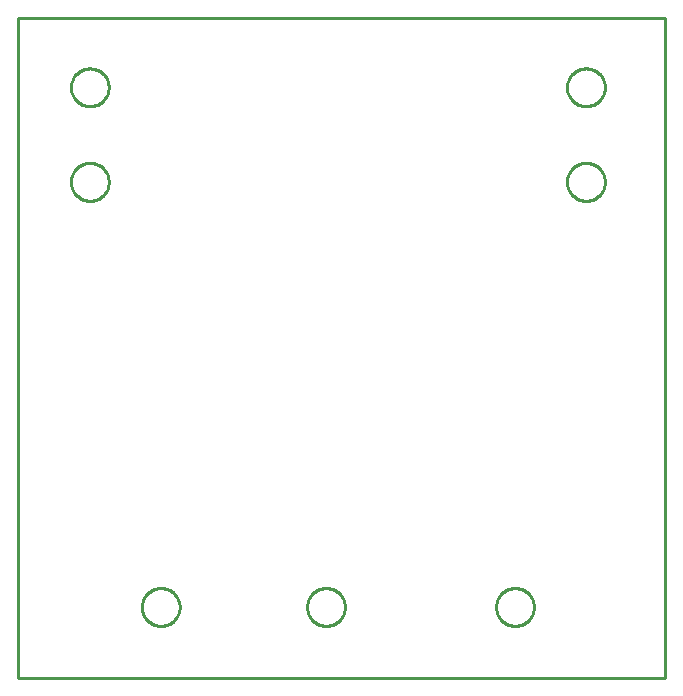
<source format=gbr>
G04 EAGLE Gerber X2 export*
%TF.Part,Single*%
%TF.FileFunction,Profile,NP*%
%TF.FilePolarity,Positive*%
%TF.GenerationSoftware,Autodesk,EAGLE,9.0.0*%
%TF.CreationDate,2018-07-03T14:12:15Z*%
G75*
%MOMM*%
%FSLAX34Y34*%
%LPD*%
%AMOC8*
5,1,8,0,0,1.08239X$1,22.5*%
G01*
%ADD10C,0.254000*%


D10*
X-1016Y0D02*
X547116Y0D01*
X547116Y558800D01*
X-1016Y558800D01*
X-1016Y0D01*
X136000Y59476D02*
X135932Y58431D01*
X135795Y57392D01*
X135590Y56365D01*
X135319Y55353D01*
X134983Y54361D01*
X134582Y53393D01*
X134118Y52454D01*
X133595Y51546D01*
X133013Y50675D01*
X132375Y49844D01*
X131684Y49057D01*
X130943Y48316D01*
X130156Y47625D01*
X129325Y46988D01*
X128454Y46406D01*
X127546Y45882D01*
X126607Y45418D01*
X125639Y45017D01*
X124647Y44681D01*
X123635Y44410D01*
X122608Y44205D01*
X121569Y44069D01*
X120524Y44000D01*
X119476Y44000D01*
X118431Y44069D01*
X117392Y44205D01*
X116365Y44410D01*
X115353Y44681D01*
X114361Y45017D01*
X113393Y45418D01*
X112454Y45882D01*
X111546Y46406D01*
X110675Y46988D01*
X109844Y47625D01*
X109057Y48316D01*
X108316Y49057D01*
X107625Y49844D01*
X106988Y50675D01*
X106406Y51546D01*
X105882Y52454D01*
X105418Y53393D01*
X105017Y54361D01*
X104681Y55353D01*
X104410Y56365D01*
X104205Y57392D01*
X104069Y58431D01*
X104000Y59476D01*
X104000Y60524D01*
X104069Y61569D01*
X104205Y62608D01*
X104410Y63635D01*
X104681Y64647D01*
X105017Y65639D01*
X105418Y66607D01*
X105882Y67546D01*
X106406Y68454D01*
X106988Y69325D01*
X107625Y70156D01*
X108316Y70943D01*
X109057Y71684D01*
X109844Y72375D01*
X110675Y73013D01*
X111546Y73595D01*
X112454Y74118D01*
X113393Y74582D01*
X114361Y74983D01*
X115353Y75319D01*
X116365Y75590D01*
X117392Y75795D01*
X118431Y75932D01*
X119476Y76000D01*
X120524Y76000D01*
X121569Y75932D01*
X122608Y75795D01*
X123635Y75590D01*
X124647Y75319D01*
X125639Y74983D01*
X126607Y74582D01*
X127546Y74118D01*
X128454Y73595D01*
X129325Y73013D01*
X130156Y72375D01*
X130943Y71684D01*
X131684Y70943D01*
X132375Y70156D01*
X133013Y69325D01*
X133595Y68454D01*
X134118Y67546D01*
X134582Y66607D01*
X134983Y65639D01*
X135319Y64647D01*
X135590Y63635D01*
X135795Y62608D01*
X135932Y61569D01*
X136000Y60524D01*
X136000Y59476D01*
X276000Y59476D02*
X275932Y58431D01*
X275795Y57392D01*
X275590Y56365D01*
X275319Y55353D01*
X274983Y54361D01*
X274582Y53393D01*
X274118Y52454D01*
X273595Y51546D01*
X273013Y50675D01*
X272375Y49844D01*
X271684Y49057D01*
X270943Y48316D01*
X270156Y47625D01*
X269325Y46988D01*
X268454Y46406D01*
X267546Y45882D01*
X266607Y45418D01*
X265639Y45017D01*
X264647Y44681D01*
X263635Y44410D01*
X262608Y44205D01*
X261569Y44069D01*
X260524Y44000D01*
X259476Y44000D01*
X258431Y44069D01*
X257392Y44205D01*
X256365Y44410D01*
X255353Y44681D01*
X254361Y45017D01*
X253393Y45418D01*
X252454Y45882D01*
X251546Y46406D01*
X250675Y46988D01*
X249844Y47625D01*
X249057Y48316D01*
X248316Y49057D01*
X247625Y49844D01*
X246988Y50675D01*
X246406Y51546D01*
X245882Y52454D01*
X245418Y53393D01*
X245017Y54361D01*
X244681Y55353D01*
X244410Y56365D01*
X244205Y57392D01*
X244069Y58431D01*
X244000Y59476D01*
X244000Y60524D01*
X244069Y61569D01*
X244205Y62608D01*
X244410Y63635D01*
X244681Y64647D01*
X245017Y65639D01*
X245418Y66607D01*
X245882Y67546D01*
X246406Y68454D01*
X246988Y69325D01*
X247625Y70156D01*
X248316Y70943D01*
X249057Y71684D01*
X249844Y72375D01*
X250675Y73013D01*
X251546Y73595D01*
X252454Y74118D01*
X253393Y74582D01*
X254361Y74983D01*
X255353Y75319D01*
X256365Y75590D01*
X257392Y75795D01*
X258431Y75932D01*
X259476Y76000D01*
X260524Y76000D01*
X261569Y75932D01*
X262608Y75795D01*
X263635Y75590D01*
X264647Y75319D01*
X265639Y74983D01*
X266607Y74582D01*
X267546Y74118D01*
X268454Y73595D01*
X269325Y73013D01*
X270156Y72375D01*
X270943Y71684D01*
X271684Y70943D01*
X272375Y70156D01*
X273013Y69325D01*
X273595Y68454D01*
X274118Y67546D01*
X274582Y66607D01*
X274983Y65639D01*
X275319Y64647D01*
X275590Y63635D01*
X275795Y62608D01*
X275932Y61569D01*
X276000Y60524D01*
X276000Y59476D01*
X436000Y59476D02*
X435932Y58431D01*
X435795Y57392D01*
X435590Y56365D01*
X435319Y55353D01*
X434983Y54361D01*
X434582Y53393D01*
X434118Y52454D01*
X433595Y51546D01*
X433013Y50675D01*
X432375Y49844D01*
X431684Y49057D01*
X430943Y48316D01*
X430156Y47625D01*
X429325Y46988D01*
X428454Y46406D01*
X427546Y45882D01*
X426607Y45418D01*
X425639Y45017D01*
X424647Y44681D01*
X423635Y44410D01*
X422608Y44205D01*
X421569Y44069D01*
X420524Y44000D01*
X419476Y44000D01*
X418431Y44069D01*
X417392Y44205D01*
X416365Y44410D01*
X415353Y44681D01*
X414361Y45017D01*
X413393Y45418D01*
X412454Y45882D01*
X411546Y46406D01*
X410675Y46988D01*
X409844Y47625D01*
X409057Y48316D01*
X408316Y49057D01*
X407625Y49844D01*
X406988Y50675D01*
X406406Y51546D01*
X405882Y52454D01*
X405418Y53393D01*
X405017Y54361D01*
X404681Y55353D01*
X404410Y56365D01*
X404205Y57392D01*
X404069Y58431D01*
X404000Y59476D01*
X404000Y60524D01*
X404069Y61569D01*
X404205Y62608D01*
X404410Y63635D01*
X404681Y64647D01*
X405017Y65639D01*
X405418Y66607D01*
X405882Y67546D01*
X406406Y68454D01*
X406988Y69325D01*
X407625Y70156D01*
X408316Y70943D01*
X409057Y71684D01*
X409844Y72375D01*
X410675Y73013D01*
X411546Y73595D01*
X412454Y74118D01*
X413393Y74582D01*
X414361Y74983D01*
X415353Y75319D01*
X416365Y75590D01*
X417392Y75795D01*
X418431Y75932D01*
X419476Y76000D01*
X420524Y76000D01*
X421569Y75932D01*
X422608Y75795D01*
X423635Y75590D01*
X424647Y75319D01*
X425639Y74983D01*
X426607Y74582D01*
X427546Y74118D01*
X428454Y73595D01*
X429325Y73013D01*
X430156Y72375D01*
X430943Y71684D01*
X431684Y70943D01*
X432375Y70156D01*
X433013Y69325D01*
X433595Y68454D01*
X434118Y67546D01*
X434582Y66607D01*
X434983Y65639D01*
X435319Y64647D01*
X435590Y63635D01*
X435795Y62608D01*
X435932Y61569D01*
X436000Y60524D01*
X436000Y59476D01*
X76000Y499476D02*
X75932Y498431D01*
X75795Y497392D01*
X75590Y496365D01*
X75319Y495353D01*
X74983Y494361D01*
X74582Y493393D01*
X74118Y492454D01*
X73595Y491546D01*
X73013Y490675D01*
X72375Y489844D01*
X71684Y489057D01*
X70943Y488316D01*
X70156Y487625D01*
X69325Y486988D01*
X68454Y486406D01*
X67546Y485882D01*
X66607Y485418D01*
X65639Y485017D01*
X64647Y484681D01*
X63635Y484410D01*
X62608Y484205D01*
X61569Y484069D01*
X60524Y484000D01*
X59476Y484000D01*
X58431Y484069D01*
X57392Y484205D01*
X56365Y484410D01*
X55353Y484681D01*
X54361Y485017D01*
X53393Y485418D01*
X52454Y485882D01*
X51546Y486406D01*
X50675Y486988D01*
X49844Y487625D01*
X49057Y488316D01*
X48316Y489057D01*
X47625Y489844D01*
X46988Y490675D01*
X46406Y491546D01*
X45882Y492454D01*
X45418Y493393D01*
X45017Y494361D01*
X44681Y495353D01*
X44410Y496365D01*
X44205Y497392D01*
X44069Y498431D01*
X44000Y499476D01*
X44000Y500524D01*
X44069Y501569D01*
X44205Y502608D01*
X44410Y503635D01*
X44681Y504647D01*
X45017Y505639D01*
X45418Y506607D01*
X45882Y507546D01*
X46406Y508454D01*
X46988Y509325D01*
X47625Y510156D01*
X48316Y510943D01*
X49057Y511684D01*
X49844Y512375D01*
X50675Y513013D01*
X51546Y513595D01*
X52454Y514118D01*
X53393Y514582D01*
X54361Y514983D01*
X55353Y515319D01*
X56365Y515590D01*
X57392Y515795D01*
X58431Y515932D01*
X59476Y516000D01*
X60524Y516000D01*
X61569Y515932D01*
X62608Y515795D01*
X63635Y515590D01*
X64647Y515319D01*
X65639Y514983D01*
X66607Y514582D01*
X67546Y514118D01*
X68454Y513595D01*
X69325Y513013D01*
X70156Y512375D01*
X70943Y511684D01*
X71684Y510943D01*
X72375Y510156D01*
X73013Y509325D01*
X73595Y508454D01*
X74118Y507546D01*
X74582Y506607D01*
X74983Y505639D01*
X75319Y504647D01*
X75590Y503635D01*
X75795Y502608D01*
X75932Y501569D01*
X76000Y500524D01*
X76000Y499476D01*
X496000Y499476D02*
X495932Y498431D01*
X495795Y497392D01*
X495590Y496365D01*
X495319Y495353D01*
X494983Y494361D01*
X494582Y493393D01*
X494118Y492454D01*
X493595Y491546D01*
X493013Y490675D01*
X492375Y489844D01*
X491684Y489057D01*
X490943Y488316D01*
X490156Y487625D01*
X489325Y486988D01*
X488454Y486406D01*
X487546Y485882D01*
X486607Y485418D01*
X485639Y485017D01*
X484647Y484681D01*
X483635Y484410D01*
X482608Y484205D01*
X481569Y484069D01*
X480524Y484000D01*
X479476Y484000D01*
X478431Y484069D01*
X477392Y484205D01*
X476365Y484410D01*
X475353Y484681D01*
X474361Y485017D01*
X473393Y485418D01*
X472454Y485882D01*
X471546Y486406D01*
X470675Y486988D01*
X469844Y487625D01*
X469057Y488316D01*
X468316Y489057D01*
X467625Y489844D01*
X466988Y490675D01*
X466406Y491546D01*
X465882Y492454D01*
X465418Y493393D01*
X465017Y494361D01*
X464681Y495353D01*
X464410Y496365D01*
X464205Y497392D01*
X464069Y498431D01*
X464000Y499476D01*
X464000Y500524D01*
X464069Y501569D01*
X464205Y502608D01*
X464410Y503635D01*
X464681Y504647D01*
X465017Y505639D01*
X465418Y506607D01*
X465882Y507546D01*
X466406Y508454D01*
X466988Y509325D01*
X467625Y510156D01*
X468316Y510943D01*
X469057Y511684D01*
X469844Y512375D01*
X470675Y513013D01*
X471546Y513595D01*
X472454Y514118D01*
X473393Y514582D01*
X474361Y514983D01*
X475353Y515319D01*
X476365Y515590D01*
X477392Y515795D01*
X478431Y515932D01*
X479476Y516000D01*
X480524Y516000D01*
X481569Y515932D01*
X482608Y515795D01*
X483635Y515590D01*
X484647Y515319D01*
X485639Y514983D01*
X486607Y514582D01*
X487546Y514118D01*
X488454Y513595D01*
X489325Y513013D01*
X490156Y512375D01*
X490943Y511684D01*
X491684Y510943D01*
X492375Y510156D01*
X493013Y509325D01*
X493595Y508454D01*
X494118Y507546D01*
X494582Y506607D01*
X494983Y505639D01*
X495319Y504647D01*
X495590Y503635D01*
X495795Y502608D01*
X495932Y501569D01*
X496000Y500524D01*
X496000Y499476D01*
X76000Y419476D02*
X75932Y418431D01*
X75795Y417392D01*
X75590Y416365D01*
X75319Y415353D01*
X74983Y414361D01*
X74582Y413393D01*
X74118Y412454D01*
X73595Y411546D01*
X73013Y410675D01*
X72375Y409844D01*
X71684Y409057D01*
X70943Y408316D01*
X70156Y407625D01*
X69325Y406988D01*
X68454Y406406D01*
X67546Y405882D01*
X66607Y405418D01*
X65639Y405017D01*
X64647Y404681D01*
X63635Y404410D01*
X62608Y404205D01*
X61569Y404069D01*
X60524Y404000D01*
X59476Y404000D01*
X58431Y404069D01*
X57392Y404205D01*
X56365Y404410D01*
X55353Y404681D01*
X54361Y405017D01*
X53393Y405418D01*
X52454Y405882D01*
X51546Y406406D01*
X50675Y406988D01*
X49844Y407625D01*
X49057Y408316D01*
X48316Y409057D01*
X47625Y409844D01*
X46988Y410675D01*
X46406Y411546D01*
X45882Y412454D01*
X45418Y413393D01*
X45017Y414361D01*
X44681Y415353D01*
X44410Y416365D01*
X44205Y417392D01*
X44069Y418431D01*
X44000Y419476D01*
X44000Y420524D01*
X44069Y421569D01*
X44205Y422608D01*
X44410Y423635D01*
X44681Y424647D01*
X45017Y425639D01*
X45418Y426607D01*
X45882Y427546D01*
X46406Y428454D01*
X46988Y429325D01*
X47625Y430156D01*
X48316Y430943D01*
X49057Y431684D01*
X49844Y432375D01*
X50675Y433013D01*
X51546Y433595D01*
X52454Y434118D01*
X53393Y434582D01*
X54361Y434983D01*
X55353Y435319D01*
X56365Y435590D01*
X57392Y435795D01*
X58431Y435932D01*
X59476Y436000D01*
X60524Y436000D01*
X61569Y435932D01*
X62608Y435795D01*
X63635Y435590D01*
X64647Y435319D01*
X65639Y434983D01*
X66607Y434582D01*
X67546Y434118D01*
X68454Y433595D01*
X69325Y433013D01*
X70156Y432375D01*
X70943Y431684D01*
X71684Y430943D01*
X72375Y430156D01*
X73013Y429325D01*
X73595Y428454D01*
X74118Y427546D01*
X74582Y426607D01*
X74983Y425639D01*
X75319Y424647D01*
X75590Y423635D01*
X75795Y422608D01*
X75932Y421569D01*
X76000Y420524D01*
X76000Y419476D01*
X496000Y419476D02*
X495932Y418431D01*
X495795Y417392D01*
X495590Y416365D01*
X495319Y415353D01*
X494983Y414361D01*
X494582Y413393D01*
X494118Y412454D01*
X493595Y411546D01*
X493013Y410675D01*
X492375Y409844D01*
X491684Y409057D01*
X490943Y408316D01*
X490156Y407625D01*
X489325Y406988D01*
X488454Y406406D01*
X487546Y405882D01*
X486607Y405418D01*
X485639Y405017D01*
X484647Y404681D01*
X483635Y404410D01*
X482608Y404205D01*
X481569Y404069D01*
X480524Y404000D01*
X479476Y404000D01*
X478431Y404069D01*
X477392Y404205D01*
X476365Y404410D01*
X475353Y404681D01*
X474361Y405017D01*
X473393Y405418D01*
X472454Y405882D01*
X471546Y406406D01*
X470675Y406988D01*
X469844Y407625D01*
X469057Y408316D01*
X468316Y409057D01*
X467625Y409844D01*
X466988Y410675D01*
X466406Y411546D01*
X465882Y412454D01*
X465418Y413393D01*
X465017Y414361D01*
X464681Y415353D01*
X464410Y416365D01*
X464205Y417392D01*
X464069Y418431D01*
X464000Y419476D01*
X464000Y420524D01*
X464069Y421569D01*
X464205Y422608D01*
X464410Y423635D01*
X464681Y424647D01*
X465017Y425639D01*
X465418Y426607D01*
X465882Y427546D01*
X466406Y428454D01*
X466988Y429325D01*
X467625Y430156D01*
X468316Y430943D01*
X469057Y431684D01*
X469844Y432375D01*
X470675Y433013D01*
X471546Y433595D01*
X472454Y434118D01*
X473393Y434582D01*
X474361Y434983D01*
X475353Y435319D01*
X476365Y435590D01*
X477392Y435795D01*
X478431Y435932D01*
X479476Y436000D01*
X480524Y436000D01*
X481569Y435932D01*
X482608Y435795D01*
X483635Y435590D01*
X484647Y435319D01*
X485639Y434983D01*
X486607Y434582D01*
X487546Y434118D01*
X488454Y433595D01*
X489325Y433013D01*
X490156Y432375D01*
X490943Y431684D01*
X491684Y430943D01*
X492375Y430156D01*
X493013Y429325D01*
X493595Y428454D01*
X494118Y427546D01*
X494582Y426607D01*
X494983Y425639D01*
X495319Y424647D01*
X495590Y423635D01*
X495795Y422608D01*
X495932Y421569D01*
X496000Y420524D01*
X496000Y419476D01*
X136000Y59476D02*
X135932Y58431D01*
X135795Y57392D01*
X135590Y56365D01*
X135319Y55353D01*
X134983Y54361D01*
X134582Y53393D01*
X134118Y52454D01*
X133595Y51546D01*
X133013Y50675D01*
X132375Y49844D01*
X131684Y49057D01*
X130943Y48316D01*
X130156Y47625D01*
X129325Y46988D01*
X128454Y46406D01*
X127546Y45882D01*
X126607Y45418D01*
X125639Y45017D01*
X124647Y44681D01*
X123635Y44410D01*
X122608Y44205D01*
X121569Y44069D01*
X120524Y44000D01*
X119476Y44000D01*
X118431Y44069D01*
X117392Y44205D01*
X116365Y44410D01*
X115353Y44681D01*
X114361Y45017D01*
X113393Y45418D01*
X112454Y45882D01*
X111546Y46406D01*
X110675Y46988D01*
X109844Y47625D01*
X109057Y48316D01*
X108316Y49057D01*
X107625Y49844D01*
X106988Y50675D01*
X106406Y51546D01*
X105882Y52454D01*
X105418Y53393D01*
X105017Y54361D01*
X104681Y55353D01*
X104410Y56365D01*
X104205Y57392D01*
X104069Y58431D01*
X104000Y59476D01*
X104000Y60524D01*
X104069Y61569D01*
X104205Y62608D01*
X104410Y63635D01*
X104681Y64647D01*
X105017Y65639D01*
X105418Y66607D01*
X105882Y67546D01*
X106406Y68454D01*
X106988Y69325D01*
X107625Y70156D01*
X108316Y70943D01*
X109057Y71684D01*
X109844Y72375D01*
X110675Y73013D01*
X111546Y73595D01*
X112454Y74118D01*
X113393Y74582D01*
X114361Y74983D01*
X115353Y75319D01*
X116365Y75590D01*
X117392Y75795D01*
X118431Y75932D01*
X119476Y76000D01*
X120524Y76000D01*
X121569Y75932D01*
X122608Y75795D01*
X123635Y75590D01*
X124647Y75319D01*
X125639Y74983D01*
X126607Y74582D01*
X127546Y74118D01*
X128454Y73595D01*
X129325Y73013D01*
X130156Y72375D01*
X130943Y71684D01*
X131684Y70943D01*
X132375Y70156D01*
X133013Y69325D01*
X133595Y68454D01*
X134118Y67546D01*
X134582Y66607D01*
X134983Y65639D01*
X135319Y64647D01*
X135590Y63635D01*
X135795Y62608D01*
X135932Y61569D01*
X136000Y60524D01*
X136000Y59476D01*
X276000Y59476D02*
X275932Y58431D01*
X275795Y57392D01*
X275590Y56365D01*
X275319Y55353D01*
X274983Y54361D01*
X274582Y53393D01*
X274118Y52454D01*
X273595Y51546D01*
X273013Y50675D01*
X272375Y49844D01*
X271684Y49057D01*
X270943Y48316D01*
X270156Y47625D01*
X269325Y46988D01*
X268454Y46406D01*
X267546Y45882D01*
X266607Y45418D01*
X265639Y45017D01*
X264647Y44681D01*
X263635Y44410D01*
X262608Y44205D01*
X261569Y44069D01*
X260524Y44000D01*
X259476Y44000D01*
X258431Y44069D01*
X257392Y44205D01*
X256365Y44410D01*
X255353Y44681D01*
X254361Y45017D01*
X253393Y45418D01*
X252454Y45882D01*
X251546Y46406D01*
X250675Y46988D01*
X249844Y47625D01*
X249057Y48316D01*
X248316Y49057D01*
X247625Y49844D01*
X246988Y50675D01*
X246406Y51546D01*
X245882Y52454D01*
X245418Y53393D01*
X245017Y54361D01*
X244681Y55353D01*
X244410Y56365D01*
X244205Y57392D01*
X244069Y58431D01*
X244000Y59476D01*
X244000Y60524D01*
X244069Y61569D01*
X244205Y62608D01*
X244410Y63635D01*
X244681Y64647D01*
X245017Y65639D01*
X245418Y66607D01*
X245882Y67546D01*
X246406Y68454D01*
X246988Y69325D01*
X247625Y70156D01*
X248316Y70943D01*
X249057Y71684D01*
X249844Y72375D01*
X250675Y73013D01*
X251546Y73595D01*
X252454Y74118D01*
X253393Y74582D01*
X254361Y74983D01*
X255353Y75319D01*
X256365Y75590D01*
X257392Y75795D01*
X258431Y75932D01*
X259476Y76000D01*
X260524Y76000D01*
X261569Y75932D01*
X262608Y75795D01*
X263635Y75590D01*
X264647Y75319D01*
X265639Y74983D01*
X266607Y74582D01*
X267546Y74118D01*
X268454Y73595D01*
X269325Y73013D01*
X270156Y72375D01*
X270943Y71684D01*
X271684Y70943D01*
X272375Y70156D01*
X273013Y69325D01*
X273595Y68454D01*
X274118Y67546D01*
X274582Y66607D01*
X274983Y65639D01*
X275319Y64647D01*
X275590Y63635D01*
X275795Y62608D01*
X275932Y61569D01*
X276000Y60524D01*
X276000Y59476D01*
X436000Y59476D02*
X435932Y58431D01*
X435795Y57392D01*
X435590Y56365D01*
X435319Y55353D01*
X434983Y54361D01*
X434582Y53393D01*
X434118Y52454D01*
X433595Y51546D01*
X433013Y50675D01*
X432375Y49844D01*
X431684Y49057D01*
X430943Y48316D01*
X430156Y47625D01*
X429325Y46988D01*
X428454Y46406D01*
X427546Y45882D01*
X426607Y45418D01*
X425639Y45017D01*
X424647Y44681D01*
X423635Y44410D01*
X422608Y44205D01*
X421569Y44069D01*
X420524Y44000D01*
X419476Y44000D01*
X418431Y44069D01*
X417392Y44205D01*
X416365Y44410D01*
X415353Y44681D01*
X414361Y45017D01*
X413393Y45418D01*
X412454Y45882D01*
X411546Y46406D01*
X410675Y46988D01*
X409844Y47625D01*
X409057Y48316D01*
X408316Y49057D01*
X407625Y49844D01*
X406988Y50675D01*
X406406Y51546D01*
X405882Y52454D01*
X405418Y53393D01*
X405017Y54361D01*
X404681Y55353D01*
X404410Y56365D01*
X404205Y57392D01*
X404069Y58431D01*
X404000Y59476D01*
X404000Y60524D01*
X404069Y61569D01*
X404205Y62608D01*
X404410Y63635D01*
X404681Y64647D01*
X405017Y65639D01*
X405418Y66607D01*
X405882Y67546D01*
X406406Y68454D01*
X406988Y69325D01*
X407625Y70156D01*
X408316Y70943D01*
X409057Y71684D01*
X409844Y72375D01*
X410675Y73013D01*
X411546Y73595D01*
X412454Y74118D01*
X413393Y74582D01*
X414361Y74983D01*
X415353Y75319D01*
X416365Y75590D01*
X417392Y75795D01*
X418431Y75932D01*
X419476Y76000D01*
X420524Y76000D01*
X421569Y75932D01*
X422608Y75795D01*
X423635Y75590D01*
X424647Y75319D01*
X425639Y74983D01*
X426607Y74582D01*
X427546Y74118D01*
X428454Y73595D01*
X429325Y73013D01*
X430156Y72375D01*
X430943Y71684D01*
X431684Y70943D01*
X432375Y70156D01*
X433013Y69325D01*
X433595Y68454D01*
X434118Y67546D01*
X434582Y66607D01*
X434983Y65639D01*
X435319Y64647D01*
X435590Y63635D01*
X435795Y62608D01*
X435932Y61569D01*
X436000Y60524D01*
X436000Y59476D01*
X76000Y499476D02*
X75932Y498431D01*
X75795Y497392D01*
X75590Y496365D01*
X75319Y495353D01*
X74983Y494361D01*
X74582Y493393D01*
X74118Y492454D01*
X73595Y491546D01*
X73013Y490675D01*
X72375Y489844D01*
X71684Y489057D01*
X70943Y488316D01*
X70156Y487625D01*
X69325Y486988D01*
X68454Y486406D01*
X67546Y485882D01*
X66607Y485418D01*
X65639Y485017D01*
X64647Y484681D01*
X63635Y484410D01*
X62608Y484205D01*
X61569Y484069D01*
X60524Y484000D01*
X59476Y484000D01*
X58431Y484069D01*
X57392Y484205D01*
X56365Y484410D01*
X55353Y484681D01*
X54361Y485017D01*
X53393Y485418D01*
X52454Y485882D01*
X51546Y486406D01*
X50675Y486988D01*
X49844Y487625D01*
X49057Y488316D01*
X48316Y489057D01*
X47625Y489844D01*
X46988Y490675D01*
X46406Y491546D01*
X45882Y492454D01*
X45418Y493393D01*
X45017Y494361D01*
X44681Y495353D01*
X44410Y496365D01*
X44205Y497392D01*
X44069Y498431D01*
X44000Y499476D01*
X44000Y500524D01*
X44069Y501569D01*
X44205Y502608D01*
X44410Y503635D01*
X44681Y504647D01*
X45017Y505639D01*
X45418Y506607D01*
X45882Y507546D01*
X46406Y508454D01*
X46988Y509325D01*
X47625Y510156D01*
X48316Y510943D01*
X49057Y511684D01*
X49844Y512375D01*
X50675Y513013D01*
X51546Y513595D01*
X52454Y514118D01*
X53393Y514582D01*
X54361Y514983D01*
X55353Y515319D01*
X56365Y515590D01*
X57392Y515795D01*
X58431Y515932D01*
X59476Y516000D01*
X60524Y516000D01*
X61569Y515932D01*
X62608Y515795D01*
X63635Y515590D01*
X64647Y515319D01*
X65639Y514983D01*
X66607Y514582D01*
X67546Y514118D01*
X68454Y513595D01*
X69325Y513013D01*
X70156Y512375D01*
X70943Y511684D01*
X71684Y510943D01*
X72375Y510156D01*
X73013Y509325D01*
X73595Y508454D01*
X74118Y507546D01*
X74582Y506607D01*
X74983Y505639D01*
X75319Y504647D01*
X75590Y503635D01*
X75795Y502608D01*
X75932Y501569D01*
X76000Y500524D01*
X76000Y499476D01*
X496000Y499476D02*
X495932Y498431D01*
X495795Y497392D01*
X495590Y496365D01*
X495319Y495353D01*
X494983Y494361D01*
X494582Y493393D01*
X494118Y492454D01*
X493595Y491546D01*
X493013Y490675D01*
X492375Y489844D01*
X491684Y489057D01*
X490943Y488316D01*
X490156Y487625D01*
X489325Y486988D01*
X488454Y486406D01*
X487546Y485882D01*
X486607Y485418D01*
X485639Y485017D01*
X484647Y484681D01*
X483635Y484410D01*
X482608Y484205D01*
X481569Y484069D01*
X480524Y484000D01*
X479476Y484000D01*
X478431Y484069D01*
X477392Y484205D01*
X476365Y484410D01*
X475353Y484681D01*
X474361Y485017D01*
X473393Y485418D01*
X472454Y485882D01*
X471546Y486406D01*
X470675Y486988D01*
X469844Y487625D01*
X469057Y488316D01*
X468316Y489057D01*
X467625Y489844D01*
X466988Y490675D01*
X466406Y491546D01*
X465882Y492454D01*
X465418Y493393D01*
X465017Y494361D01*
X464681Y495353D01*
X464410Y496365D01*
X464205Y497392D01*
X464069Y498431D01*
X464000Y499476D01*
X464000Y500524D01*
X464069Y501569D01*
X464205Y502608D01*
X464410Y503635D01*
X464681Y504647D01*
X465017Y505639D01*
X465418Y506607D01*
X465882Y507546D01*
X466406Y508454D01*
X466988Y509325D01*
X467625Y510156D01*
X468316Y510943D01*
X469057Y511684D01*
X469844Y512375D01*
X470675Y513013D01*
X471546Y513595D01*
X472454Y514118D01*
X473393Y514582D01*
X474361Y514983D01*
X475353Y515319D01*
X476365Y515590D01*
X477392Y515795D01*
X478431Y515932D01*
X479476Y516000D01*
X480524Y516000D01*
X481569Y515932D01*
X482608Y515795D01*
X483635Y515590D01*
X484647Y515319D01*
X485639Y514983D01*
X486607Y514582D01*
X487546Y514118D01*
X488454Y513595D01*
X489325Y513013D01*
X490156Y512375D01*
X490943Y511684D01*
X491684Y510943D01*
X492375Y510156D01*
X493013Y509325D01*
X493595Y508454D01*
X494118Y507546D01*
X494582Y506607D01*
X494983Y505639D01*
X495319Y504647D01*
X495590Y503635D01*
X495795Y502608D01*
X495932Y501569D01*
X496000Y500524D01*
X496000Y499476D01*
X76000Y419476D02*
X75932Y418431D01*
X75795Y417392D01*
X75590Y416365D01*
X75319Y415353D01*
X74983Y414361D01*
X74582Y413393D01*
X74118Y412454D01*
X73595Y411546D01*
X73013Y410675D01*
X72375Y409844D01*
X71684Y409057D01*
X70943Y408316D01*
X70156Y407625D01*
X69325Y406988D01*
X68454Y406406D01*
X67546Y405882D01*
X66607Y405418D01*
X65639Y405017D01*
X64647Y404681D01*
X63635Y404410D01*
X62608Y404205D01*
X61569Y404069D01*
X60524Y404000D01*
X59476Y404000D01*
X58431Y404069D01*
X57392Y404205D01*
X56365Y404410D01*
X55353Y404681D01*
X54361Y405017D01*
X53393Y405418D01*
X52454Y405882D01*
X51546Y406406D01*
X50675Y406988D01*
X49844Y407625D01*
X49057Y408316D01*
X48316Y409057D01*
X47625Y409844D01*
X46988Y410675D01*
X46406Y411546D01*
X45882Y412454D01*
X45418Y413393D01*
X45017Y414361D01*
X44681Y415353D01*
X44410Y416365D01*
X44205Y417392D01*
X44069Y418431D01*
X44000Y419476D01*
X44000Y420524D01*
X44069Y421569D01*
X44205Y422608D01*
X44410Y423635D01*
X44681Y424647D01*
X45017Y425639D01*
X45418Y426607D01*
X45882Y427546D01*
X46406Y428454D01*
X46988Y429325D01*
X47625Y430156D01*
X48316Y430943D01*
X49057Y431684D01*
X49844Y432375D01*
X50675Y433013D01*
X51546Y433595D01*
X52454Y434118D01*
X53393Y434582D01*
X54361Y434983D01*
X55353Y435319D01*
X56365Y435590D01*
X57392Y435795D01*
X58431Y435932D01*
X59476Y436000D01*
X60524Y436000D01*
X61569Y435932D01*
X62608Y435795D01*
X63635Y435590D01*
X64647Y435319D01*
X65639Y434983D01*
X66607Y434582D01*
X67546Y434118D01*
X68454Y433595D01*
X69325Y433013D01*
X70156Y432375D01*
X70943Y431684D01*
X71684Y430943D01*
X72375Y430156D01*
X73013Y429325D01*
X73595Y428454D01*
X74118Y427546D01*
X74582Y426607D01*
X74983Y425639D01*
X75319Y424647D01*
X75590Y423635D01*
X75795Y422608D01*
X75932Y421569D01*
X76000Y420524D01*
X76000Y419476D01*
X496000Y419476D02*
X495932Y418431D01*
X495795Y417392D01*
X495590Y416365D01*
X495319Y415353D01*
X494983Y414361D01*
X494582Y413393D01*
X494118Y412454D01*
X493595Y411546D01*
X493013Y410675D01*
X492375Y409844D01*
X491684Y409057D01*
X490943Y408316D01*
X490156Y407625D01*
X489325Y406988D01*
X488454Y406406D01*
X487546Y405882D01*
X486607Y405418D01*
X485639Y405017D01*
X484647Y404681D01*
X483635Y404410D01*
X482608Y404205D01*
X481569Y404069D01*
X480524Y404000D01*
X479476Y404000D01*
X478431Y404069D01*
X477392Y404205D01*
X476365Y404410D01*
X475353Y404681D01*
X474361Y405017D01*
X473393Y405418D01*
X472454Y405882D01*
X471546Y406406D01*
X470675Y406988D01*
X469844Y407625D01*
X469057Y408316D01*
X468316Y409057D01*
X467625Y409844D01*
X466988Y410675D01*
X466406Y411546D01*
X465882Y412454D01*
X465418Y413393D01*
X465017Y414361D01*
X464681Y415353D01*
X464410Y416365D01*
X464205Y417392D01*
X464069Y418431D01*
X464000Y419476D01*
X464000Y420524D01*
X464069Y421569D01*
X464205Y422608D01*
X464410Y423635D01*
X464681Y424647D01*
X465017Y425639D01*
X465418Y426607D01*
X465882Y427546D01*
X466406Y428454D01*
X466988Y429325D01*
X467625Y430156D01*
X468316Y430943D01*
X469057Y431684D01*
X469844Y432375D01*
X470675Y433013D01*
X471546Y433595D01*
X472454Y434118D01*
X473393Y434582D01*
X474361Y434983D01*
X475353Y435319D01*
X476365Y435590D01*
X477392Y435795D01*
X478431Y435932D01*
X479476Y436000D01*
X480524Y436000D01*
X481569Y435932D01*
X482608Y435795D01*
X483635Y435590D01*
X484647Y435319D01*
X485639Y434983D01*
X486607Y434582D01*
X487546Y434118D01*
X488454Y433595D01*
X489325Y433013D01*
X490156Y432375D01*
X490943Y431684D01*
X491684Y430943D01*
X492375Y430156D01*
X493013Y429325D01*
X493595Y428454D01*
X494118Y427546D01*
X494582Y426607D01*
X494983Y425639D01*
X495319Y424647D01*
X495590Y423635D01*
X495795Y422608D01*
X495932Y421569D01*
X496000Y420524D01*
X496000Y419476D01*
M02*

</source>
